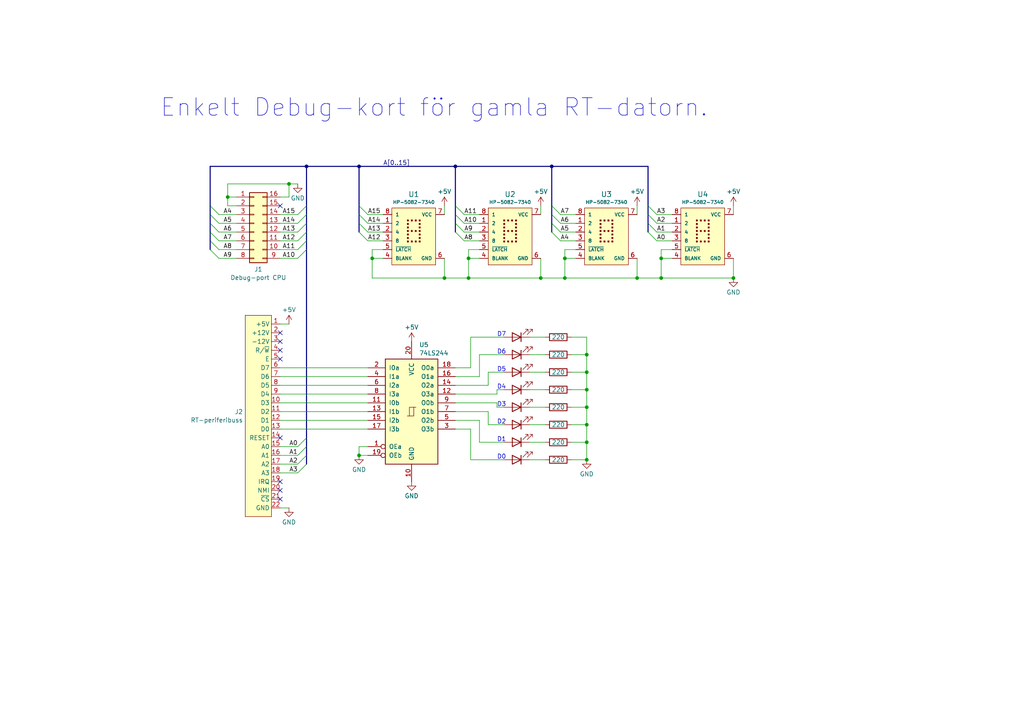
<source format=kicad_sch>
(kicad_sch (version 20230121) (generator eeschema)
  (paper "A4")
  (title_block (title "RT-datorn Debug-kort") (date "2023-09-26") (rev "2.0") (company "Mikael Karlsson") (comment 1 "samt statrus på samtlida databitar") (comment 2 "Visar på HEX-displayer aktuell adress på adress-bussen"))
  (lib_symbols
    (symbol "74xx:74LS244" (pin_names (offset 1.016))
      (property "Reference" "U" (at -7.62 16.51 0))
      (property "Value" "74LS244" (at -7.62 -16.51 0))
      (symbol "74LS244_1_0"
        (polyline (pts (xy -0.635 -1.27) (xy -0.635 1.27) (xy 0.635 1.27)))
        (polyline (pts (xy -1.27 -1.27) (xy 0.635 -1.27) (xy 0.635 1.27) (xy 1.27 1.27)))
        (pin input inverted (at -12.7 -10.16 0) (length 5.08) (name "OEa") (number "1"))
        (pin power_in line (at 0 -20.32 90) (length 5.08) (name "GND") (number "10"))
        (pin input line (at -12.7 2.54 0) (length 5.08) (name "I0b") (number "11"))
        (pin tri_state line (at 12.7 5.08 180) (length 5.08) (name "O3a") (number "12"))
        (pin input line (at -12.7 0 0) (length 5.08) (name "I1b") (number "13"))
        (pin tri_state line (at 12.7 7.62 180) (length 5.08) (name "O2a") (number "14"))
        (pin input line (at -12.7 -2.54 0) (length 5.08) (name "I2b") (number "15"))
        (pin tri_state line (at 12.7 10.16 180) (length 5.08) (name "O1a") (number "16"))
        (pin input line (at -12.7 -5.08 0) (length 5.08) (name "I3b") (number "17"))
        (pin tri_state line (at 12.7 12.7 180) (length 5.08) (name "O0a") (number "18"))
        (pin input inverted (at -12.7 -12.7 0) (length 5.08) (name "OEb") (number "19"))
        (pin input line (at -12.7 12.7 0) (length 5.08) (name "I0a") (number "2"))
        (pin power_in line (at 0 20.32 270) (length 5.08) (name "VCC") (number "20"))
        (pin tri_state line (at 12.7 -5.08 180) (length 5.08) (name "O3b") (number "3"))
        (pin input line (at -12.7 10.16 0) (length 5.08) (name "I1a") (number "4"))
        (pin tri_state line (at 12.7 -2.54 180) (length 5.08) (name "O2b") (number "5"))
        (pin input line (at -12.7 7.62 0) (length 5.08) (name "I2a") (number "6"))
        (pin tri_state line (at 12.7 0 180) (length 5.08) (name "O1b") (number "7"))
        (pin input line (at -12.7 5.08 0) (length 5.08) (name "I3a") (number "8"))
        (pin tri_state line (at 12.7 2.54 180) (length 5.08) (name "O0b") (number "9"))
      )
      (symbol "74LS244_1_1"
        (rectangle (start -7.62 15.24) (end 7.62 -15.24) (stroke (width 0.254)) (fill (type background)))
      )
    )
    (symbol "Connector_Generic:Conn_02x08_Counter_Clockwise" (pin_names (offset 1.016) hide)
      (property "Reference" "J" (at 1.27 10.16 0))
      (property "Value" "Conn_02x08_Counter_Clockwise" (at 1.27 -12.7 0))
      (symbol "Conn_02x08_Counter_Clockwise_1_1"
        (rectangle (start -1.27 -10.033) (end 0 -10.287) (stroke (width 0.1524)))
        (rectangle (start -1.27 -7.493) (end 0 -7.747) (stroke (width 0.1524)))
        (rectangle (start -1.27 -4.953) (end 0 -5.207) (stroke (width 0.1524)))
        (rectangle (start -1.27 -2.413) (end 0 -2.667) (stroke (width 0.1524)))
        (rectangle (start -1.27 0.127) (end 0 -0.127) (stroke (width 0.1524)))
        (rectangle (start -1.27 2.667) (end 0 2.413) (stroke (width 0.1524)))
        (rectangle (start -1.27 5.207) (end 0 4.953) (stroke (width 0.1524)))
        (rectangle (start -1.27 7.747) (end 0 7.493) (stroke (width 0.1524)))
        (rectangle (start -1.27 8.89) (end 3.81 -11.43) (stroke (width 0.254)) (fill (type background)))
        (rectangle (start 3.81 -10.033) (end 2.54 -10.287) (stroke (width 0.1524)))
        (rectangle (start 3.81 -7.493) (end 2.54 -7.747) (stroke (width 0.1524)))
        (rectangle (start 3.81 -4.953) (end 2.54 -5.207) (stroke (width 0.1524)))
        (rectangle (start 3.81 -2.413) (end 2.54 -2.667) (stroke (width 0.1524)))
        (rectangle (start 3.81 0.127) (end 2.54 -0.127) (stroke (width 0.1524)))
        (rectangle (start 3.81 2.667) (end 2.54 2.413) (stroke (width 0.1524)))
        (rectangle (start 3.81 5.207) (end 2.54 4.953) (stroke (width 0.1524)))
        (rectangle (start 3.81 7.747) (end 2.54 7.493) (stroke (width 0.1524)))
        (pin passive line (at -5.08 7.62 0) (length 3.81) (name "Pin_1") (number "1"))
        (pin passive line (at 7.62 -7.62 180) (length 3.81) (name "Pin_10") (number "10"))
        (pin passive line (at 7.62 -5.08 180) (length 3.81) (name "Pin_11") (number "11"))
        (pin passive line (at 7.62 -2.54 180) (length 3.81) (name "Pin_12") (number "12"))
        (pin passive line (at 7.62 0 180) (length 3.81) (name "Pin_13") (number "13"))
        (pin passive line (at 7.62 2.54 180) (length 3.81) (name "Pin_14") (number "14"))
        (pin passive line (at 7.62 5.08 180) (length 3.81) (name "Pin_15") (number "15"))
        (pin passive line (at 7.62 7.62 180) (length 3.81) (name "Pin_16") (number "16"))
        (pin passive line (at -5.08 5.08 0) (length 3.81) (name "Pin_2") (number "2"))
        (pin passive line (at -5.08 2.54 0) (length 3.81) (name "Pin_3") (number "3"))
        (pin passive line (at -5.08 0 0) (length 3.81) (name "Pin_4") (number "4"))
        (pin passive line (at -5.08 -2.54 0) (length 3.81) (name "Pin_5") (number "5"))
        (pin passive line (at -5.08 -5.08 0) (length 3.81) (name "Pin_6") (number "6"))
        (pin passive line (at -5.08 -7.62 0) (length 3.81) (name "Pin_7") (number "7"))
        (pin passive line (at -5.08 -10.16 0) (length 3.81) (name "Pin_8") (number "8"))
        (pin passive line (at 7.62 -10.16 180) (length 3.81) (name "Pin_9") (number "9"))
      )
    )
    (symbol "Device:LED" (pin_numbers hide) (pin_names (offset 1.016) hide)
      (property "Reference" "D" (at 0 2.54 0))
      (property "Value" "LED" (at 0 -2.54 0))
      (symbol "LED_0_1"
        (polyline (pts (xy -1.27 -1.27) (xy -1.27 1.27)) (stroke (width 0.254)))
        (polyline (pts (xy -1.27 0) (xy 1.27 0)))
        (polyline (pts (xy 1.27 -1.27) (xy 1.27 1.27) (xy -1.27 0) (xy 1.27 -1.27)) (stroke (width 0.254)))
        (polyline (pts (xy -3.048 -0.762) (xy -4.572 -2.286) (xy -3.81 -2.286) (xy -4.572 -2.286) (xy -4.572 -1.524)))
        (polyline (pts (xy -1.778 -0.762) (xy -3.302 -2.286) (xy -2.54 -2.286) (xy -3.302 -2.286) (xy -3.302 -1.524)))
      )
      (symbol "LED_1_1"
        (pin passive line (at -3.81 0 0) (length 2.54) (name "K") (number "1"))
        (pin passive line (at 3.81 0 180) (length 2.54) (name "A") (number "2"))
      )
    )
    (symbol "Device:R" (pin_numbers hide) (pin_names (offset 0))
      (property "Reference" "R" (at 2.032 0 90))
      (property "Value" "R" (at 0 0 90))
      (symbol "R_0_1"
        (rectangle (start -1.016 -2.54) (end 1.016 2.54) (stroke (width 0.254)))
      )
      (symbol "R_1_1"
        (pin passive line (at 0 3.81 270) (length 1.27) (name "~") (number "1"))
        (pin passive line (at 0 -3.81 90) (length 1.27) (name "~") (number "2"))
      )
    )
    (symbol "RT-debug:HP-5082-7340" (pin_names (offset 1.016))
      (property "Reference" "U" (at -6.35 11.43 0))
      (property "Value" "HP-5082-7340" (at -6.35 -10.16 0))
      (symbol "HP-5082-7340_0_1"
        (rectangle (start -6.35 8.255) (end 6.35 -8.255) (fill (type background)))
      )
      (symbol "HP-5082-7340_1_0"
        (pin input line (at -8.89 3.81 0) (length 2.54) (name "2") (number "1"))
        (pin input line (at -8.89 1.27 0) (length 2.54) (name "4") (number "2"))
        (pin input line (at -8.89 -1.27 0) (length 2.54) (name "8") (number "3"))
        (pin input line (at -8.89 -6.35 0) (length 2.54) (name "BLANK") (number "4"))
        (pin input line (at -8.89 -3.81 0) (length 2.54) (name "~{LATCH}") (number "5"))
        (pin power_in line (at 8.89 -6.35 180) (length 2.54) (name "GND") (number "6"))
        (pin power_in line (at 8.89 6.35 180) (length 2.54) (name "VCC") (number "7"))
        (pin input line (at -8.89 6.35 0) (length 2.54) (name "1") (number "8"))
      )
      (symbol "HP-5082-7340_1_1"
        (rectangle (start -1.905 -1.651) (end -1.524 -1.27) (fill (type outline)))
        (rectangle (start -1.905 -0.635) (end -1.524 -0.254) (fill (type outline)))
        (rectangle (start -1.905 0.381) (end -1.524 0.762) (fill (type outline)))
        (rectangle (start -1.905 1.397) (end -1.524 1.778) (fill (type outline)))
        (rectangle (start -1.905 2.413) (end -1.524 2.794) (fill (type outline)))
        (rectangle (start -1.905 3.429) (end -1.524 3.81) (fill (type outline)))
        (rectangle (start -1.905 4.445) (end -1.524 4.826) (fill (type outline)))
        (rectangle (start -0.762 -1.651) (end -0.381 -1.27) (fill (type outline)))
        (rectangle (start -0.762 1.397) (end -0.381 1.778) (fill (type outline)))
        (rectangle (start -0.762 4.445) (end -0.381 4.826) (fill (type outline)))
        (rectangle (start 0.381 -1.651) (end 0.762 -1.27) (fill (type outline)))
        (rectangle (start 0.381 1.397) (end 0.762 1.778) (fill (type outline)))
        (rectangle (start 0.381 4.445) (end 0.762 4.826) (fill (type outline)))
        (rectangle (start 1.524 -1.651) (end 1.905 -1.27) (fill (type outline)))
        (rectangle (start 1.524 -0.635) (end 1.905 -0.254) (fill (type outline)))
        (rectangle (start 1.524 0.381) (end 1.905 0.762) (fill (type outline)))
        (rectangle (start 1.524 1.397) (end 1.905 1.778) (fill (type outline)))
        (rectangle (start 1.524 2.413) (end 1.905 2.794) (fill (type outline)))
        (rectangle (start 1.524 3.429) (end 1.905 3.81) (fill (type outline)))
        (rectangle (start 1.524 4.445) (end 1.905 4.826) (fill (type outline)))
      )
    )
    (symbol "RT-debug:RT-periferibuss"
      (property "Reference" "J" (at 0 32.385 0))
      (property "Value" "RT-periferibuss" (at 0 30.48 0))
      (symbol "RT-periferibuss_0_0"
        (pin bidirectional line (at 6.35 3.81 180) (length 2.54) (name "D3") (number "10"))
        (pin bidirectional line (at 6.35 1.27 180) (length 2.54) (name "D2") (number "11"))
        (pin bidirectional line (at 6.35 -1.27 180) (length 2.54) (name "D1") (number "12"))
        (pin bidirectional line (at 6.35 -3.81 180) (length 2.54) (name "D0") (number "13"))
        (pin output line (at 6.35 -6.35 180) (length 2.54) (name "RESET") (number "14"))
        (pin output line (at 6.35 -8.89 180) (length 2.54) (name "A0") (number "15"))
        (pin output line (at 6.35 -11.43 180) (length 2.54) (name "A1") (number "16"))
        (pin output line (at 6.35 -13.97 180) (length 2.54) (name "A2") (number "17"))
        (pin output line (at 6.35 -16.51 180) (length 2.54) (name "A3") (number "18"))
        (pin bidirectional line (at 6.35 -19.05 180) (length 2.54) (name "IRQ") (number "19"))
        (pin power_out line (at 6.35 24.13 180) (length 2.54) (name "+12V") (number "2"))
        (pin bidirectional line (at 6.35 -21.59 180) (length 2.54) (name "NMI") (number "20"))
        (pin output line (at 6.35 -24.13 180) (length 2.54) (name "~{CS}") (number "21"))
        (pin power_out line (at 6.35 21.59 180) (length 2.54) (name "-12V") (number "3"))
        (pin output line (at 6.35 16.51 180) (length 2.54) (name "E") (number "5"))
        (pin bidirectional line (at 6.35 13.97 180) (length 2.54) (name "D7") (number "6"))
        (pin bidirectional line (at 6.35 11.43 180) (length 2.54) (name "D6") (number "7"))
        (pin bidirectional line (at 6.35 8.89 180) (length 2.54) (name "D5") (number "8"))
        (pin bidirectional line (at 6.35 6.35 180) (length 2.54) (name "D4") (number "9"))
      )
      (symbol "RT-periferibuss_1_0"
        (pin power_out line (at 6.35 26.67 180) (length 2.54) (name "+5V") (number "1"))
        (pin power_out line (at 6.35 -26.67 180) (length 2.54) (name "GND") (number "22"))
        (pin output line (at 6.35 19.05 180) (length 2.54) (name "R/~{W}") (number "4"))
      )
      (symbol "RT-periferibuss_1_1"
        (rectangle (start -3.81 29.21) (end 3.81 -29.21) (fill (type background)))
      )
    )
    (symbol "power:+5V" (power) (pin_names (offset 0))
      (property "Value" "+5V" (at 0 3.556 0))
      (symbol "+5V_0_1"
        (polyline (pts (xy -0.762 1.27) (xy 0 2.54)))
        (polyline (pts (xy 0 0) (xy 0 2.54)))
        (polyline (pts (xy 0 2.54) (xy 0.762 1.27)))
      )
      (symbol "+5V_1_1"
        (pin power_in line (at 0 0 90) (length 0) hide (name "+5V") (number "1"))
      )
    )
    (symbol "power:GND" (power) (pin_names (offset 0))
      (property "Value" "GND" (at 0 -3.81 0))
      (symbol "GND_0_1"
        (polyline (pts (xy 0 0) (xy 0 -1.27) (xy 1.27 -1.27) (xy 0 -2.54) (xy -1.27 -1.27) (xy 0 -1.27)))
      )
      (symbol "GND_1_1"
        (pin power_in line (at 0 0 270) (length 0) hide (name "GND") (number "1"))
      )
    )
  )
  (junction (at 107.95 74.93))
  (junction (at 191.77 74.93))
  (junction (at 170.18 107.95))
  (junction (at 184.785 80.645))
  (junction (at 135.89 80.645))
  (junction (at 128.905 80.645))
  (junction (at 156.845 80.645))
  (junction (at 104.14 48.26))
  (junction (at 170.18 102.87))
  (junction (at 170.18 118.11))
  (junction (at 66.04 57.15))
  (junction (at 160.02 48.26))
  (junction (at 83.82 53.34))
  (junction (at 170.18 123.19))
  (junction (at 170.18 133.35))
  (junction (at 191.77 80.645))
  (junction (at 212.725 80.645))
  (junction (at 163.83 80.645))
  (junction (at 170.18 113.03))
  (junction (at 170.18 128.27))
  (junction (at 132.08 48.26))
  (junction (at 104.14 132.08))
  (junction (at 135.89 74.93))
  (junction (at 163.83 74.93))
  (junction (at 88.9 48.26))
  (no_connect (at 81.28 144.78))
  (no_connect (at 81.28 142.24))
  (no_connect (at 81.28 59.69))
  (no_connect (at 81.28 101.6))
  (no_connect (at 81.28 99.06))
  (no_connect (at 81.28 139.7))
  (no_connect (at 81.28 127))
  (no_connect (at 81.28 104.14))
  (no_connect (at 81.28 96.52))
  (bus_entry (at 106.68 69.85) (size -2.54 -2.54))
  (bus_entry (at 106.68 62.23) (size -2.54 -2.54))
  (bus_entry (at 63.5 69.85) (size -2.54 -2.54))
  (bus_entry (at 86.36 129.54) (size 2.54 -2.54))
  (bus_entry (at 162.56 67.31) (size -2.54 -2.54))
  (bus_entry (at 190.5 62.23) (size -2.54 -2.54))
  (bus_entry (at 162.56 69.85) (size -2.54 -2.54))
  (bus_entry (at 162.56 62.23) (size -2.54 -2.54))
  (bus_entry (at 134.62 67.31) (size -2.54 -2.54))
  (bus_entry (at 106.68 64.77) (size -2.54 -2.54))
  (bus_entry (at 190.5 69.85) (size -2.54 -2.54))
  (bus_entry (at 63.5 67.31) (size -2.54 -2.54))
  (bus_entry (at 104.14 64.77) (size 2.54 2.54))
  (bus_entry (at 134.62 69.85) (size -2.54 -2.54))
  (bus_entry (at 86.36 64.77) (size 2.54 -2.54))
  (bus_entry (at 86.36 69.85) (size 2.54 -2.54))
  (bus_entry (at 86.36 134.62) (size 2.54 -2.54))
  (bus_entry (at 86.36 132.08) (size 2.54 -2.54))
  (bus_entry (at 63.5 72.39) (size -2.54 -2.54))
  (bus_entry (at 86.36 62.23) (size 2.54 -2.54))
  (bus_entry (at 134.62 64.77) (size -2.54 -2.54))
  (bus_entry (at 134.62 62.23) (size -2.54 -2.54))
  (bus_entry (at 86.36 74.93) (size 2.54 -2.54))
  (bus_entry (at 86.36 137.16) (size 2.54 -2.54))
  (bus_entry (at 63.5 74.93) (size -2.54 -2.54))
  (bus_entry (at 86.36 72.39) (size 2.54 -2.54))
  (bus_entry (at 162.56 64.77) (size -2.54 -2.54))
  (bus_entry (at 63.5 62.23) (size -2.54 -2.54))
  (bus_entry (at 63.5 64.77) (size -2.54 -2.54))
  (bus_entry (at 190.5 64.77) (size -2.54 -2.54))
  (bus_entry (at 190.5 67.31) (size -2.54 -2.54))
  (bus_entry (at 86.36 67.31) (size 2.54 -2.54))
  (wire (pts (xy 86.36 137.16) (xy 81.28 137.16)))
  (bus (pts (xy 160.02 62.23) (xy 160.02 64.77)))
  (bus (pts (xy 132.08 59.69) (xy 132.08 62.23)))
  (wire (pts (xy 163.83 80.645) (xy 184.785 80.645)))
  (wire (pts (xy 106.68 69.85) (xy 111.125 69.85)))
  (wire (pts (xy 139.065 74.93) (xy 135.89 74.93)))
  (wire (pts (xy 153.67 113.03) (xy 158.115 113.03)))
  (bus (pts (xy 104.14 64.77) (xy 104.14 67.31)))
  (bus (pts (xy 104.14 48.26) (xy 104.14 59.69)))
  (wire (pts (xy 170.18 102.87) (xy 170.18 107.95)))
  (wire (pts (xy 63.5 67.31) (xy 68.58 67.31)))
  (wire (pts (xy 165.735 107.95) (xy 170.18 107.95)))
  (wire (pts (xy 136.525 106.68) (xy 136.525 97.79)))
  (wire (pts (xy 106.68 124.46) (xy 81.28 124.46)))
  (bus (pts (xy 132.08 48.26) (xy 160.02 48.26)))
  (wire (pts (xy 66.04 53.34) (xy 66.04 57.15)))
  (wire (pts (xy 81.28 74.93) (xy 86.36 74.93)))
  (wire (pts (xy 139.065 109.22) (xy 132.08 109.22)))
  (wire (pts (xy 135.89 74.93) (xy 135.89 80.645)))
  (wire (pts (xy 128.905 80.645) (xy 135.89 80.645)))
  (wire (pts (xy 139.065 72.39) (xy 135.89 72.39)))
  (wire (pts (xy 170.18 128.27) (xy 170.18 133.35)))
  (wire (pts (xy 167.005 67.31) (xy 162.56 67.31)))
  (wire (pts (xy 139.065 64.77) (xy 134.62 64.77)))
  (wire (pts (xy 139.065 102.87) (xy 139.065 109.22)))
  (wire (pts (xy 170.18 118.11) (xy 170.18 123.19)))
  (bus (pts (xy 104.14 62.23) (xy 104.14 64.77)))
  (bus (pts (xy 88.9 72.39) (xy 88.9 127)))
  (bus (pts (xy 88.9 67.31) (xy 88.9 64.77)))
  (wire (pts (xy 170.18 97.79) (xy 170.18 102.87)))
  (wire (pts (xy 141.605 123.19) (xy 146.05 123.19)))
  (wire (pts (xy 153.67 128.27) (xy 158.115 128.27)))
  (bus (pts (xy 88.9 72.39) (xy 88.9 69.85)))
  (wire (pts (xy 165.735 128.27) (xy 170.18 128.27)))
  (wire (pts (xy 132.08 121.92) (xy 139.065 121.92)))
  (wire (pts (xy 153.67 107.95) (xy 158.115 107.95)))
  (wire (pts (xy 132.08 111.76) (xy 141.605 111.76)))
  (wire (pts (xy 194.945 69.85) (xy 190.5 69.85)))
  (wire (pts (xy 139.065 121.92) (xy 139.065 128.27)))
  (bus (pts (xy 60.96 67.31) (xy 60.96 69.85)))
  (wire (pts (xy 144.145 116.84) (xy 144.145 118.11)))
  (wire (pts (xy 107.95 74.93) (xy 107.95 80.645)))
  (wire (pts (xy 165.735 113.03) (xy 170.18 113.03)))
  (wire (pts (xy 153.67 118.11) (xy 158.115 118.11)))
  (bus (pts (xy 60.96 59.69) (xy 60.96 62.23)))
  (wire (pts (xy 106.68 67.31) (xy 111.125 67.31)))
  (wire (pts (xy 167.005 62.23) (xy 162.56 62.23)))
  (wire (pts (xy 132.08 116.84) (xy 144.145 116.84)))
  (wire (pts (xy 66.04 57.15) (xy 66.04 59.69)))
  (wire (pts (xy 132.08 106.68) (xy 136.525 106.68)))
  (wire (pts (xy 139.065 67.31) (xy 134.62 67.31)))
  (bus (pts (xy 160.02 59.69) (xy 160.02 62.23)))
  (wire (pts (xy 153.67 97.79) (xy 158.115 97.79)))
  (wire (pts (xy 184.785 80.645) (xy 184.785 74.93)))
  (bus (pts (xy 160.02 48.26) (xy 187.96 48.26)))
  (bus (pts (xy 132.08 64.77) (xy 132.08 67.31)))
  (wire (pts (xy 86.36 132.08) (xy 81.28 132.08)))
  (bus (pts (xy 104.14 59.69) (xy 104.14 62.23)))
  (wire (pts (xy 83.82 53.34) (xy 66.04 53.34)))
  (bus (pts (xy 187.96 64.77) (xy 187.96 67.31)))
  (wire (pts (xy 194.945 72.39) (xy 191.77 72.39)))
  (wire (pts (xy 144.145 114.3) (xy 144.145 113.03)))
  (wire (pts (xy 132.08 124.46) (xy 136.525 124.46)))
  (wire (pts (xy 83.82 147.32) (xy 81.28 147.32)))
  (wire (pts (xy 135.89 72.39) (xy 135.89 74.93)))
  (wire (pts (xy 132.08 119.38) (xy 141.605 119.38)))
  (wire (pts (xy 136.525 97.79) (xy 146.05 97.79)))
  (wire (pts (xy 153.67 123.19) (xy 158.115 123.19)))
  (wire (pts (xy 139.065 128.27) (xy 146.05 128.27)))
  (wire (pts (xy 106.68 106.68) (xy 81.28 106.68)))
  (bus (pts (xy 104.14 48.26) (xy 132.08 48.26)))
  (wire (pts (xy 63.5 74.93) (xy 68.58 74.93)))
  (wire (pts (xy 167.005 72.39) (xy 163.83 72.39)))
  (wire (pts (xy 141.605 111.76) (xy 141.605 107.95)))
  (wire (pts (xy 111.125 72.39) (xy 107.95 72.39)))
  (wire (pts (xy 107.95 80.645) (xy 128.905 80.645)))
  (bus (pts (xy 60.96 69.85) (xy 60.96 72.39)))
  (wire (pts (xy 170.18 123.19) (xy 170.18 128.27)))
  (bus (pts (xy 132.08 62.23) (xy 132.08 64.77)))
  (bus (pts (xy 88.9 132.08) (xy 88.9 134.62)))
  (wire (pts (xy 184.785 59.69) (xy 184.785 62.23)))
  (bus (pts (xy 88.9 62.23) (xy 88.9 59.69)))
  (wire (pts (xy 170.18 113.03) (xy 170.18 118.11)))
  (wire (pts (xy 212.725 59.69) (xy 212.725 62.23)))
  (wire (pts (xy 153.67 133.35) (xy 158.115 133.35)))
  (wire (pts (xy 111.125 74.93) (xy 107.95 74.93)))
  (wire (pts (xy 170.18 107.95) (xy 170.18 113.03)))
  (wire (pts (xy 167.005 69.85) (xy 162.56 69.85)))
  (wire (pts (xy 156.845 80.645) (xy 163.83 80.645)))
  (wire (pts (xy 128.905 59.69) (xy 128.905 62.23)))
  (wire (pts (xy 191.77 74.93) (xy 191.77 80.645)))
  (wire (pts (xy 106.68 114.3) (xy 81.28 114.3)))
  (wire (pts (xy 63.5 62.23) (xy 68.58 62.23)))
  (wire (pts (xy 66.04 59.69) (xy 68.58 59.69)))
  (wire (pts (xy 68.58 57.15) (xy 66.04 57.15)))
  (bus (pts (xy 88.9 64.77) (xy 88.9 62.23)))
  (wire (pts (xy 81.28 64.77) (xy 86.36 64.77)))
  (wire (pts (xy 86.36 129.54) (xy 81.28 129.54)))
  (wire (pts (xy 165.735 102.87) (xy 170.18 102.87)))
  (wire (pts (xy 83.82 53.34) (xy 86.36 53.34)))
  (wire (pts (xy 156.845 59.69) (xy 156.845 62.23)))
  (bus (pts (xy 187.96 59.69) (xy 187.96 62.23)))
  (wire (pts (xy 194.945 74.93) (xy 191.77 74.93)))
  (bus (pts (xy 88.9 127) (xy 88.9 129.54)))
  (wire (pts (xy 139.065 69.85) (xy 134.62 69.85)))
  (wire (pts (xy 135.89 80.645) (xy 156.845 80.645)))
  (wire (pts (xy 141.605 119.38) (xy 141.605 123.19)))
  (bus (pts (xy 187.96 62.23) (xy 187.96 64.77)))
  (wire (pts (xy 106.68 111.76) (xy 81.28 111.76)))
  (wire (pts (xy 63.5 69.85) (xy 68.58 69.85)))
  (wire (pts (xy 156.845 80.645) (xy 156.845 74.93)))
  (wire (pts (xy 106.68 129.54) (xy 104.14 129.54)))
  (wire (pts (xy 165.735 118.11) (xy 170.18 118.11)))
  (wire (pts (xy 63.5 72.39) (xy 68.58 72.39)))
  (wire (pts (xy 146.05 102.87) (xy 139.065 102.87)))
  (wire (pts (xy 167.005 64.77) (xy 162.56 64.77)))
  (wire (pts (xy 81.28 67.31) (xy 86.36 67.31)))
  (wire (pts (xy 104.14 129.54) (xy 104.14 132.08)))
  (wire (pts (xy 106.68 116.84) (xy 81.28 116.84)))
  (wire (pts (xy 165.735 97.79) (xy 170.18 97.79)))
  (wire (pts (xy 163.83 74.93) (xy 163.83 80.645)))
  (wire (pts (xy 194.945 62.23) (xy 190.5 62.23)))
  (wire (pts (xy 81.28 69.85) (xy 86.36 69.85)))
  (wire (pts (xy 136.525 133.35) (xy 146.05 133.35)))
  (wire (pts (xy 83.82 57.15) (xy 83.82 53.34)))
  (wire (pts (xy 153.67 102.87) (xy 158.115 102.87)))
  (bus (pts (xy 88.9 48.26) (xy 104.14 48.26)))
  (wire (pts (xy 165.735 133.35) (xy 170.18 133.35)))
  (wire (pts (xy 167.005 74.93) (xy 163.83 74.93)))
  (wire (pts (xy 106.68 119.38) (xy 81.28 119.38)))
  (wire (pts (xy 106.68 109.22) (xy 81.28 109.22)))
  (wire (pts (xy 81.28 57.15) (xy 83.82 57.15)))
  (bus (pts (xy 160.02 48.26) (xy 160.02 59.69)))
  (bus (pts (xy 60.96 48.26) (xy 88.9 48.26)))
  (bus (pts (xy 60.96 48.26) (xy 60.96 59.69)))
  (wire (pts (xy 63.5 64.77) (xy 68.58 64.77)))
  (bus (pts (xy 187.96 48.26) (xy 187.96 59.69)))
  (wire (pts (xy 81.28 72.39) (xy 86.36 72.39)))
  (wire (pts (xy 184.785 80.645) (xy 191.77 80.645)))
  (wire (pts (xy 212.725 80.645) (xy 212.725 74.93)))
  (wire (pts (xy 163.83 72.39) (xy 163.83 74.93)))
  (wire (pts (xy 104.14 132.08) (xy 106.68 132.08)))
  (wire (pts (xy 191.77 80.645) (xy 212.725 80.645)))
  (bus (pts (xy 160.02 64.77) (xy 160.02 67.31)))
  (wire (pts (xy 144.145 118.11) (xy 146.05 118.11)))
  (bus (pts (xy 60.96 62.23) (xy 60.96 64.77)))
  (wire (pts (xy 194.945 67.31) (xy 190.5 67.31)))
  (wire (pts (xy 83.82 93.98) (xy 81.28 93.98)))
  (bus (pts (xy 88.9 69.85) (xy 88.9 67.31)))
  (wire (pts (xy 132.08 114.3) (xy 144.145 114.3)))
  (wire (pts (xy 194.945 64.77) (xy 190.5 64.77)))
  (wire (pts (xy 106.68 64.77) (xy 111.125 64.77)))
  (bus (pts (xy 88.9 129.54) (xy 88.9 132.08)))
  (wire (pts (xy 81.28 62.23) (xy 86.36 62.23)))
  (bus (pts (xy 132.08 48.26) (xy 132.08 59.69)))
  (wire (pts (xy 106.68 121.92) (xy 81.28 121.92)))
  (wire (pts (xy 144.145 113.03) (xy 146.05 113.03)))
  (wire (pts (xy 141.605 107.95) (xy 146.05 107.95)))
  (wire (pts (xy 106.68 62.23) (xy 111.125 62.23)))
  (wire (pts (xy 139.065 62.23) (xy 134.62 62.23)))
  (wire (pts (xy 107.95 72.39) (xy 107.95 74.93)))
  (bus (pts (xy 60.96 64.77) (xy 60.96 67.31)))
  (wire (pts (xy 128.905 74.93) (xy 128.905 80.645)))
  (wire (pts (xy 86.36 134.62) (xy 81.28 134.62)))
  (wire (pts (xy 191.77 72.39) (xy 191.77 74.93)))
  (bus (pts (xy 88.9 59.69) (xy 88.9 48.26)))
  (wire (pts (xy 136.525 124.46) (xy 136.525 133.35)))
  (wire (pts (xy 165.735 123.19) (xy 170.18 123.19)))
  (text "D0" (at 144.145 133.35 0) (effects (font (size 1.27 1.27)) (justify left bottom)))
  (text "D6" (at 144.145 102.87 0) (effects (font (size 1.27 1.27)) (justify left bottom)))
  (text "D5" (at 144.145 107.95 0) (effects (font (size 1.27 1.27)) (justify left bottom)))
  (text "Enkelt Debug-kort för gamla RT-datorn.\n" (at 46.355 34.29 0) (effects (font (size 5.08 5.08)) (justify left bottom)))
  (text "D2" (at 144.145 123.19 0) (effects (font (size 1.27 1.27)) (justify left bottom)))
  (text "D7" (at 144.145 97.79 0) (effects (font (size 1.27 1.27)) (justify left bottom)))
  (text "D4" (at 144.145 113.03 0) (effects (font (size 1.27 1.27)) (justify left bottom)))
  (text "D3" (at 144.145 118.11 0) (effects (font (size 1.27 1.27)) (justify left bottom)))
  (text "D1" (at 144.145 128.27 0) (effects (font (size 1.27 1.27)) (justify left bottom)))
  (label "A2" (at 190.5 64.77 0))
  (label "A14" (at 81.915 64.77 0))
  (label "A6" (at 64.77 67.31 0))
  (label "A11" (at 81.915 72.39 0))
  (label "A0" (at 190.5 69.85 0))
  (label "A[0..15]" (at 111.125 48.26 0))
  (label "A11" (at 134.62 62.23 0))
  (label "A4" (at 162.56 69.85 0))
  (label "A6" (at 162.56 64.77 0))
  (label "A3" (at 86.36 137.16 180))
  (label "A2" (at 86.36 134.62 180))
  (label "A8" (at 64.77 72.39 0))
  (label "A13" (at 106.68 67.31 0))
  (label "A0" (at 86.36 129.54 180))
  (label "A5" (at 64.77 64.77 0))
  (label "A14" (at 106.68 64.77 0))
  (label "A7" (at 64.77 69.85 0))
  (label "A12" (at 81.915 69.85 0))
  (label "A10" (at 81.915 74.93 0))
  (label "A8" (at 134.62 69.85 0))
  (label "A5" (at 162.56 67.31 0))
  (label "A4" (at 64.77 62.23 0))
  (label "A7" (at 162.56 62.23 0))
  (label "A9" (at 134.62 67.31 0))
  (label "A15" (at 81.915 62.23 0))
  (label "A15" (at 106.68 62.23 0))
  (label "A10" (at 134.62 64.77 0))
  (label "A9" (at 64.77 74.93 0))
  (label "A12" (at 106.68 69.85 0))
  (label "A13" (at 81.915 67.31 0))
  (label "A3" (at 190.5 62.23 0))
  (label "A1" (at 86.36 132.08 180))
  (label "A1" (at 190.5 67.31 0))
  (symbol (lib_id "RT-debug:HP-5082-7340") (at 120.015 68.58 0) (unit 1)
    (property "Reference" "U1" (at 120.015 56.3626 0) (effects (font (size 1.4986 1.4986))))
    (property "Value" "HP-5082-7340" (at 120.015 58.6486 0) (effects (font (size 0.9906 0.9906))))
    (property "Footprint" "HP-Display:5082-7340" (effects hide))
  )
  (symbol (lib_id "RT-debug:HP-5082-7340") (at 147.955 68.58 0) (unit 1)
    (property "Reference" "U2" (at 147.955 56.3626 0) (effects (font (size 1.4986 1.4986))))
    (property "Value" "HP-5082-7340" (at 147.955 58.6486 0) (effects (font (size 0.9906 0.9906))))
    (property "Footprint" "HP-Display:5082-7340" (effects hide))
  )
  (symbol (lib_id "RT-debug:HP-5082-7340") (at 175.895 68.58 0) (unit 1)
    (property "Reference" "U3" (at 175.895 56.3626 0) (effects (font (size 1.4986 1.4986))))
    (property "Value" "HP-5082-7340" (at 175.895 58.6486 0) (effects (font (size 0.9906 0.9906))))
    (property "Footprint" "HP-Display:5082-7340" (effects hide))
  )
  (symbol (lib_id "RT-debug:HP-5082-7340") (at 203.835 68.58 0) (unit 1)
    (property "Reference" "U4" (at 203.835 56.3626 0) (effects (font (size 1.4986 1.4986))))
    (property "Value" "HP-5082-7340" (at 203.835 58.6486 0) (effects (font (size 0.9906 0.9906))))
    (property "Footprint" "HP-Display:5082-7340" (effects hide))
  )
  (symbol (lib_id "power:GND") (at 86.36 53.34 0) (mirror y) (unit 1)
    (property "Reference" "#PWR08" (effects hide))
    (property "Value" "GND" (at 86.36 57.4731 0))
  )
  (symbol (lib_id "power:+5V") (at 156.845 59.69 0) (unit 1)
    (property "Reference" "#PWR03" (effects hide))
    (property "Value" "+5V" (at 156.845 55.5569 0))
  )
  (symbol (lib_id "power:GND") (at 212.725 80.645 0) (unit 1)
    (property "Reference" "#PWR01" (effects hide))
    (property "Value" "GND" (at 212.725 84.7781 0))
  )
  (symbol (lib_id "power:GND") (at 83.82 147.32 0) (mirror y) (unit 1)
    (property "Reference" "#PWR07" (effects hide))
    (property "Value" "GND" (at 83.82 151.4531 0))
  )
  (symbol (lib_id "Device:LED") (at 149.86 118.11 180) (unit 1)
    (property "Reference" "D21" (effects hide))
    (property "Value" "LED" (effects hide))
  )
  (symbol (lib_id "power:GND") (at 104.14 132.08 0) (unit 1)
    (property "Reference" "#PWR011" (effects hide))
    (property "Value" "GND" (at 104.14 136.2131 0))
  )
  (symbol (lib_id "Device:R") (at 161.925 97.79 90) (unit 1)
    (property "Reference" "R17" (effects hide))
    (property "Value" "220" (at 161.925 97.79 90))
  )
  (symbol (lib_id "Device:LED") (at 149.86 123.19 180) (unit 1)
    (property "Reference" "D22" (effects hide))
    (property "Value" "LED" (effects hide))
  )
  (symbol (lib_id "Device:LED") (at 149.86 97.79 180) (unit 1)
    (property "Reference" "D17" (effects hide))
    (property "Value" "LED" (effects hide))
  )
  (symbol (lib_id "74xx:74LS244") (at 119.38 119.38 0) (unit 1)
    (property "Reference" "U5" (at 121.5741 99.9957 0) (effects (justify left)))
    (property "Value" "74LS244" (at 121.5741 102.4199 0) (effects (justify left)))
    (property "Datasheet" "http://www.ti.com/lit/ds/symlink/sn74ls244.pdf" (effects hide))
  )
  (symbol (lib_id "Device:LED") (at 149.86 128.27 180) (unit 1)
    (property "Reference" "D23" (effects hide))
    (property "Value" "LED" (effects hide))
  )
  (symbol (lib_id "Device:R") (at 161.925 118.11 90) (unit 1)
    (property "Reference" "R21" (effects hide))
    (property "Value" "220" (at 161.925 118.11 90))
  )
  (symbol (lib_id "Device:R") (at 161.925 128.27 90) (unit 1)
    (property "Reference" "R23" (effects hide))
    (property "Value" "220" (at 161.925 128.27 90))
  )
  (symbol (lib_id "power:+5V") (at 83.82 93.98 0) (mirror y) (unit 1)
    (property "Reference" "#PWR06" (effects hide))
    (property "Value" "+5V" (at 83.82 89.8469 0))
  )
  (symbol (lib_id "Device:R") (at 161.925 123.19 90) (unit 1)
    (property "Reference" "R22" (effects hide))
    (property "Value" "220" (at 161.925 123.19 90))
  )
  (symbol (lib_id "Device:R") (at 161.925 102.87 90) (unit 1)
    (property "Reference" "R18" (effects hide))
    (property "Value" "220" (at 161.925 102.87 90))
  )
  (symbol (lib_id "Device:R") (at 161.925 107.95 90) (unit 1)
    (property "Reference" "R19" (effects hide))
    (property "Value" "220" (at 161.925 107.95 90))
  )
  (symbol (lib_id "Device:R") (at 161.925 113.03 90) (unit 1)
    (property "Reference" "R20" (effects hide))
    (property "Value" "220" (at 161.925 113.03 90))
  )
  (symbol (lib_id "Connector_Generic:Conn_02x08_Counter_Clockwise") (at 73.66 64.77 0) (unit 1)
    (property "Reference" "J1" (at 74.93 78.105 0))
    (property "Value" "Debug-port CPU" (at 74.93 80.5292 0))
  )
  (symbol (lib_id "RT-debug:RT-periferibuss") (at 74.93 120.65 0) (unit 1)
    (property "Reference" "J2" (at 70.485 119.4379 0) (effects (justify right)))
    (property "Value" "RT-periferibuss" (at 70.485 121.8621 0) (effects (justify right)))
  )
  (symbol (lib_id "power:+5V") (at 128.905 59.69 0) (unit 1)
    (property "Reference" "#PWR02" (effects hide))
    (property "Value" "+5V" (at 128.905 55.5569 0))
  )
  (symbol (lib_id "power:GND") (at 170.18 133.35 0) (mirror y) (unit 1)
    (property "Reference" "#PWR09" (effects hide))
    (property "Value" "GND" (at 170.18 137.4831 0))
  )
  (symbol (lib_id "power:+5V") (at 184.785 59.69 0) (unit 1)
    (property "Reference" "#PWR04" (effects hide))
    (property "Value" "+5V" (at 184.785 55.5569 0))
  )
  (symbol (lib_id "Device:LED") (at 149.86 113.03 180) (unit 1)
    (property "Reference" "D20" (effects hide))
    (property "Value" "LED" (effects hide))
  )
  (symbol (lib_id "Device:LED") (at 149.86 133.35 180) (unit 1)
    (property "Reference" "D24" (effects hide))
    (property "Value" "LED" (effects hide))
  )
  (symbol (lib_id "Device:LED") (at 149.86 102.87 180) (unit 1)
    (property "Reference" "D18" (effects hide))
    (property "Value" "LED" (effects hide))
  )
  (symbol (lib_id "power:+5V") (at 212.725 59.69 0) (unit 1)
    (property "Reference" "#PWR05" (effects hide))
    (property "Value" "+5V" (at 212.725 55.5569 0))
  )
  (symbol (lib_id "power:+5V") (at 119.38 99.06 0) (unit 1)
    (property "Reference" "#PWR010" (effects hide))
    (property "Value" "+5V" (at 119.38 94.9269 0))
  )
  (symbol (lib_id "Device:LED") (at 149.86 107.95 180) (unit 1)
    (property "Reference" "D19" (effects hide))
    (property "Value" "LED" (effects hide))
  )
  (symbol (lib_id "power:GND") (at 119.38 139.7 0) (unit 1)
    (property "Reference" "#PWR012" (effects hide))
    (property "Value" "GND" (at 119.38 143.8331 0))
  )
  (symbol (lib_id "Device:R") (at 161.925 133.35 90) (unit 1)
    (property "Reference" "R24" (effects hide))
    (property "Value" "220" (at 161.925 133.35 90))
  )
)
</source>
